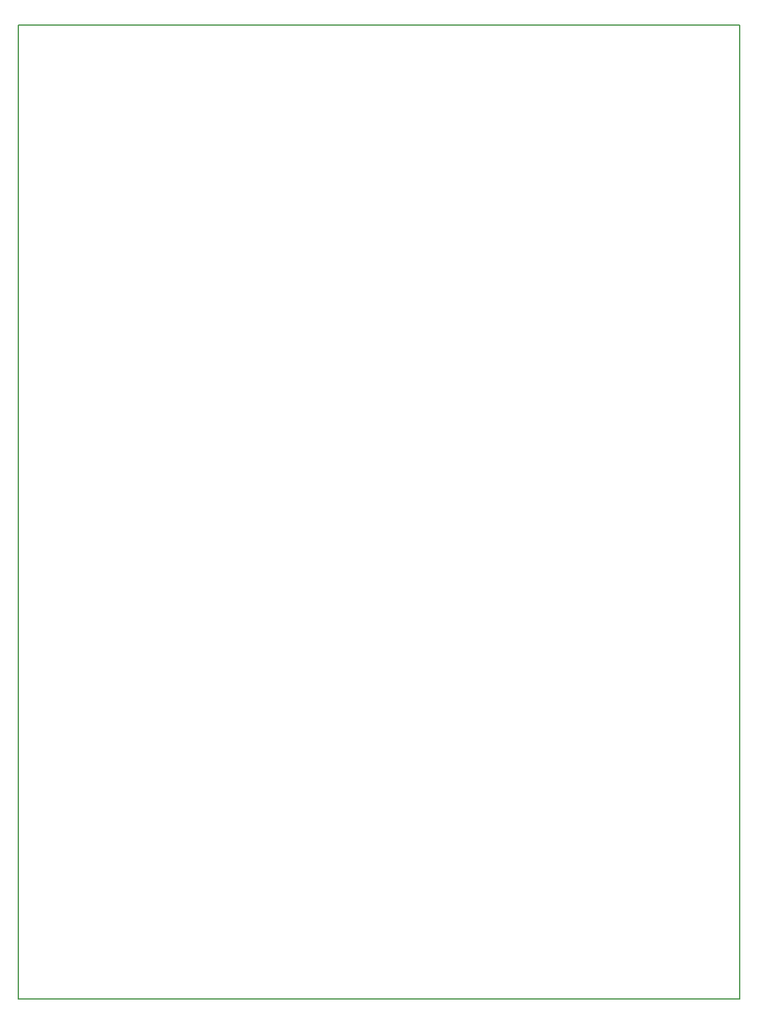
<source format=gm1>
G04 #@! TF.GenerationSoftware,KiCad,Pcbnew,7.0.7*
G04 #@! TF.CreationDate,2024-01-25T14:39:25+01:00*
G04 #@! TF.ProjectId,rotor,726f746f-722e-46b6-9963-61645f706362,rev?*
G04 #@! TF.SameCoordinates,Original*
G04 #@! TF.FileFunction,Profile,NP*
%FSLAX46Y46*%
G04 Gerber Fmt 4.6, Leading zero omitted, Abs format (unit mm)*
G04 Created by KiCad (PCBNEW 7.0.7) date 2024-01-25 14:39:25*
%MOMM*%
%LPD*%
G01*
G04 APERTURE LIST*
G04 #@! TA.AperFunction,Profile*
%ADD10C,0.150000*%
G04 #@! TD*
G04 APERTURE END LIST*
D10*
X110000000Y25000000D02*
X210000000Y25000000D01*
X210000000Y-110000000D01*
X110000000Y-110000000D01*
X110000000Y25000000D01*
M02*

</source>
